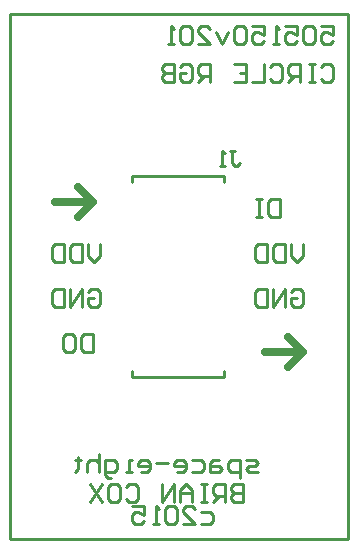
<source format=gbo>
%FSLAX25Y25*%
%MOIN*%
G70*
G01*
G75*
G04 Layer_Color=33789*
%ADD10R,0.05000X0.08000*%
%ADD11R,0.08000X0.05000*%
%ADD12R,0.05906X0.05906*%
%ADD13P,0.08352X4X255.0*%
%ADD14P,0.08352X4X195.0*%
%ADD15C,0.02500*%
%ADD16C,0.16500*%
%ADD17C,0.04000*%
%ADD18R,0.17716X0.12205*%
%ADD19C,0.01000*%
D15*
X485000Y462500D02*
X497500D01*
X492500Y457500D02*
X497500Y462500D01*
X492500Y467500D02*
X497500Y462500D01*
X415000Y512500D02*
X427500D01*
X422500Y507500D02*
X427500Y512500D01*
X422500Y517500D02*
X427500Y512500D01*
D19*
X400000Y400000D02*
Y575000D01*
X512500D01*
Y400000D02*
Y575000D01*
X400000Y400000D02*
X512500D01*
X440747Y519018D02*
Y520987D01*
X471259D01*
Y519018D02*
Y520987D01*
X440747Y454058D02*
Y456026D01*
Y454058D02*
X471259D01*
Y456026D01*
X473274Y529498D02*
X474940D01*
X474107D01*
Y525333D01*
X474940Y524500D01*
X475773D01*
X476606Y525333D01*
X471608Y524500D02*
X469942D01*
X470775D01*
Y529498D01*
X471608Y528665D01*
X493501Y482498D02*
X494501Y483498D01*
X496500D01*
X497500Y482498D01*
Y478500D01*
X496500Y477500D01*
X494501D01*
X493501Y478500D01*
Y480499D01*
X495501D01*
X491502Y477500D02*
Y483498D01*
X487503Y477500D01*
Y483498D01*
X485504D02*
Y477500D01*
X482505D01*
X481505Y478500D01*
Y482498D01*
X482505Y483498D01*
X485504D01*
X497500Y498498D02*
Y494499D01*
X495501Y492500D01*
X493501Y494499D01*
Y498498D01*
X491502D02*
Y492500D01*
X488503D01*
X487503Y493500D01*
Y497498D01*
X488503Y498498D01*
X491502D01*
X485504D02*
Y492500D01*
X482505D01*
X481505Y493500D01*
Y497498D01*
X482505Y498498D01*
X485504D01*
X427500Y468498D02*
Y462500D01*
X424501D01*
X423501Y463500D01*
Y467498D01*
X424501Y468498D01*
X427500D01*
X418503D02*
X420502D01*
X421502Y467498D01*
Y463500D01*
X420502Y462500D01*
X418503D01*
X417503Y463500D01*
Y467498D01*
X418503Y468498D01*
X430000Y498498D02*
Y494499D01*
X428001Y492500D01*
X426001Y494499D01*
Y498498D01*
X424002D02*
Y492500D01*
X421003D01*
X420003Y493500D01*
Y497498D01*
X421003Y498498D01*
X424002D01*
X418004D02*
Y492500D01*
X415005D01*
X414005Y493500D01*
Y497498D01*
X415005Y498498D01*
X418004D01*
X490000Y513498D02*
Y507500D01*
X487001D01*
X486001Y508500D01*
Y512498D01*
X487001Y513498D01*
X490000D01*
X484002D02*
X482003D01*
X483002D01*
Y507500D01*
X484002D01*
X482003D01*
X426001Y482498D02*
X427001Y483498D01*
X429000D01*
X430000Y482498D01*
Y478500D01*
X429000Y477500D01*
X427001D01*
X426001Y478500D01*
Y480499D01*
X428001D01*
X424002Y477500D02*
Y483498D01*
X420003Y477500D01*
Y483498D01*
X418004D02*
Y477500D01*
X415005D01*
X414005Y478500D01*
Y482498D01*
X415005Y483498D01*
X418004D01*
X477500Y418498D02*
Y412500D01*
X474501D01*
X473501Y413500D01*
Y414499D01*
X474501Y415499D01*
X477500D01*
X474501D01*
X473501Y416499D01*
Y417498D01*
X474501Y418498D01*
X477500D01*
X471502Y412500D02*
Y418498D01*
X468503D01*
X467503Y417498D01*
Y415499D01*
X468503Y414499D01*
X471502D01*
X469503D02*
X467503Y412500D01*
X465504Y418498D02*
X463505D01*
X464504D01*
Y412500D01*
X465504D01*
X463505D01*
X460505D02*
Y416499D01*
X458506Y418498D01*
X456507Y416499D01*
Y412500D01*
Y415499D01*
X460505D01*
X454507Y412500D02*
Y418498D01*
X450509Y412500D01*
Y418498D01*
X438513Y417498D02*
X439512Y418498D01*
X441512D01*
X442511Y417498D01*
Y413500D01*
X441512Y412500D01*
X439512D01*
X438513Y413500D01*
X433514Y418498D02*
X435514D01*
X436513Y417498D01*
Y413500D01*
X435514Y412500D01*
X433514D01*
X432514Y413500D01*
Y417498D01*
X433514Y418498D01*
X430515D02*
X426516Y412500D01*
Y418498D02*
X430515Y412500D01*
X482500Y422500D02*
X479501D01*
X478501Y423500D01*
X479501Y424499D01*
X481500D01*
X482500Y425499D01*
X481500Y426499D01*
X478501D01*
X476502Y420501D02*
Y426499D01*
X473503D01*
X472503Y425499D01*
Y423500D01*
X473503Y422500D01*
X476502D01*
X469504Y426499D02*
X467505D01*
X466505Y425499D01*
Y422500D01*
X469504D01*
X470504Y423500D01*
X469504Y424499D01*
X466505D01*
X460507Y426499D02*
X463506D01*
X464506Y425499D01*
Y423500D01*
X463506Y422500D01*
X460507D01*
X455509D02*
X457508D01*
X458508Y423500D01*
Y425499D01*
X457508Y426499D01*
X455509D01*
X454509Y425499D01*
Y424499D01*
X458508D01*
X452510Y425499D02*
X448511D01*
X443513Y422500D02*
X445512D01*
X446512Y423500D01*
Y425499D01*
X445512Y426499D01*
X443513D01*
X442513Y425499D01*
Y424499D01*
X446512D01*
X440514Y422500D02*
X438514D01*
X439514D01*
Y426499D01*
X440514D01*
X433516Y420501D02*
X432516D01*
X431517Y421500D01*
Y426499D01*
X434515D01*
X435515Y425499D01*
Y423500D01*
X434515Y422500D01*
X431517D01*
X429517Y428498D02*
Y422500D01*
Y425499D01*
X428517Y426499D01*
X426518D01*
X425518Y425499D01*
Y422500D01*
X422519Y427498D02*
Y426499D01*
X423519D01*
X421520D01*
X422519D01*
Y423500D01*
X421520Y422500D01*
X463501Y408999D02*
X466500D01*
X467500Y407999D01*
Y406000D01*
X466500Y405000D01*
X463501D01*
X457503D02*
X461502D01*
X457503Y408999D01*
Y409998D01*
X458503Y410998D01*
X460502D01*
X461502Y409998D01*
X455504D02*
X454504Y410998D01*
X452505D01*
X451505Y409998D01*
Y406000D01*
X452505Y405000D01*
X454504D01*
X455504Y406000D01*
Y409998D01*
X449506Y405000D02*
X447507D01*
X448506D01*
Y410998D01*
X449506Y409998D01*
X440509Y410998D02*
X444507D01*
Y407999D01*
X442508Y408999D01*
X441508D01*
X440509Y407999D01*
Y406000D01*
X441508Y405000D01*
X443508D01*
X444507Y406000D01*
X503501Y570998D02*
X507500D01*
Y567999D01*
X505501Y568999D01*
X504501D01*
X503501Y567999D01*
Y566000D01*
X504501Y565000D01*
X506500D01*
X507500Y566000D01*
X501502Y569998D02*
X500502Y570998D01*
X498503D01*
X497503Y569998D01*
Y566000D01*
X498503Y565000D01*
X500502D01*
X501502Y566000D01*
Y569998D01*
X491505Y570998D02*
X495504D01*
Y567999D01*
X493504Y568999D01*
X492505D01*
X491505Y567999D01*
Y566000D01*
X492505Y565000D01*
X494504D01*
X495504Y566000D01*
X489506Y565000D02*
X487506D01*
X488506D01*
Y570998D01*
X489506Y569998D01*
X480509Y570998D02*
X484507D01*
Y567999D01*
X482508Y568999D01*
X481508D01*
X480509Y567999D01*
Y566000D01*
X481508Y565000D01*
X483508D01*
X484507Y566000D01*
X478509Y569998D02*
X477510Y570998D01*
X475510D01*
X474511Y569998D01*
Y566000D01*
X475510Y565000D01*
X477510D01*
X478509Y566000D01*
Y569998D01*
X472511Y568999D02*
X470512Y565000D01*
X468513Y568999D01*
X462514Y565000D02*
X466513D01*
X462514Y568999D01*
Y569998D01*
X463514Y570998D01*
X465514D01*
X466513Y569998D01*
X460515D02*
X459515Y570998D01*
X457516D01*
X456517Y569998D01*
Y566000D01*
X457516Y565000D01*
X459515D01*
X460515Y566000D01*
Y569998D01*
X454517Y565000D02*
X452518D01*
X453517D01*
Y570998D01*
X454517Y569998D01*
X503501Y557498D02*
X504501Y558498D01*
X506500D01*
X507500Y557498D01*
Y553500D01*
X506500Y552500D01*
X504501D01*
X503501Y553500D01*
X501502Y558498D02*
X499503D01*
X500502D01*
Y552500D01*
X501502D01*
X499503D01*
X496504D02*
Y558498D01*
X493504D01*
X492505Y557498D01*
Y555499D01*
X493504Y554499D01*
X496504D01*
X494504D02*
X492505Y552500D01*
X486507Y557498D02*
X487506Y558498D01*
X489506D01*
X490506Y557498D01*
Y553500D01*
X489506Y552500D01*
X487506D01*
X486507Y553500D01*
X484507Y558498D02*
Y552500D01*
X480509D01*
X474511Y558498D02*
X478509D01*
Y552500D01*
X474511D01*
X478509Y555499D02*
X476510D01*
X466513Y552500D02*
Y558498D01*
X463514D01*
X462514Y557498D01*
Y555499D01*
X463514Y554499D01*
X466513D01*
X464514D02*
X462514Y552500D01*
X456517Y557498D02*
X457516Y558498D01*
X459515D01*
X460515Y557498D01*
Y553500D01*
X459515Y552500D01*
X457516D01*
X456517Y553500D01*
Y555499D01*
X458516D01*
X454517Y558498D02*
Y552500D01*
X451518D01*
X450518Y553500D01*
Y554499D01*
X451518Y555499D01*
X454517D01*
X451518D01*
X450518Y556499D01*
Y557498D01*
X451518Y558498D01*
X454517D01*
M02*

</source>
